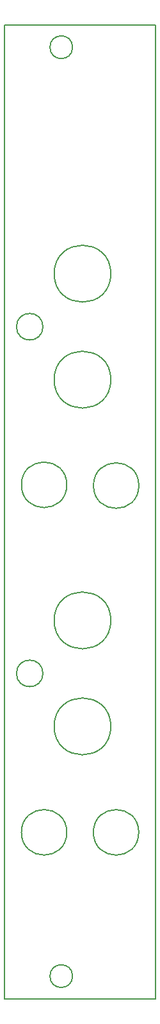
<source format=gko>
G04 #@! TF.GenerationSoftware,KiCad,Pcbnew,5.1.7-a382d34a8~87~ubuntu18.04.1*
G04 #@! TF.CreationDate,2021-01-14T14:23:33+00:00*
G04 #@! TF.ProjectId,dv3-panel,6476332d-7061-46e6-956c-2e6b69636164,rev?*
G04 #@! TF.SameCoordinates,Original*
G04 #@! TF.FileFunction,Profile,NP*
%FSLAX46Y46*%
G04 Gerber Fmt 4.6, Leading zero omitted, Abs format (unit mm)*
G04 Created by KiCad (PCBNEW 5.1.7-a382d34a8~87~ubuntu18.04.1) date 2021-01-14 14:23:33*
%MOMM*%
%LPD*%
G01*
G04 APERTURE LIST*
G04 #@! TA.AperFunction,Profile*
%ADD10C,0.200000*%
G04 #@! TD*
G04 APERTURE END LIST*
D10*
X139210570Y-82496240D02*
G75*
G03*
X139210570Y-82496240I-1750000J0D01*
G01*
X142370570Y-149176240D02*
G75*
G03*
X142370570Y-149176240I-3000000J0D01*
G01*
X151900569Y-103446240D02*
G75*
G03*
X151900569Y-103446240I-2999999J0D01*
G01*
X148200570Y-121226240D02*
G75*
G03*
X148200570Y-121226240I-3750000J0D01*
G01*
X148200570Y-89476240D02*
G75*
G03*
X148200570Y-89476240I-3750000J0D01*
G01*
X154120570Y-42736240D02*
X154120570Y-171136240D01*
X139210570Y-128216240D02*
G75*
G03*
X139210570Y-128216240I-1750000J0D01*
G01*
X151890570Y-149176240D02*
G75*
G03*
X151890570Y-149176240I-3000000J0D01*
G01*
X143140570Y-45636240D02*
G75*
G03*
X143140570Y-45636240I-1500000J0D01*
G01*
X148200570Y-75501240D02*
G75*
G03*
X148200570Y-75501240I-3750000J0D01*
G01*
X143140570Y-168136240D02*
G75*
G03*
X143140570Y-168136240I-1500000J0D01*
G01*
X154120570Y-171136240D02*
X134140570Y-171136240D01*
X134140570Y-171136240D02*
X134140570Y-42736240D01*
X134140570Y-42736240D02*
X154120570Y-42736240D01*
X142370570Y-103346240D02*
G75*
G03*
X142370570Y-103346240I-3000000J0D01*
G01*
X148200570Y-135206240D02*
G75*
G03*
X148200570Y-135206240I-3750000J0D01*
G01*
M02*

</source>
